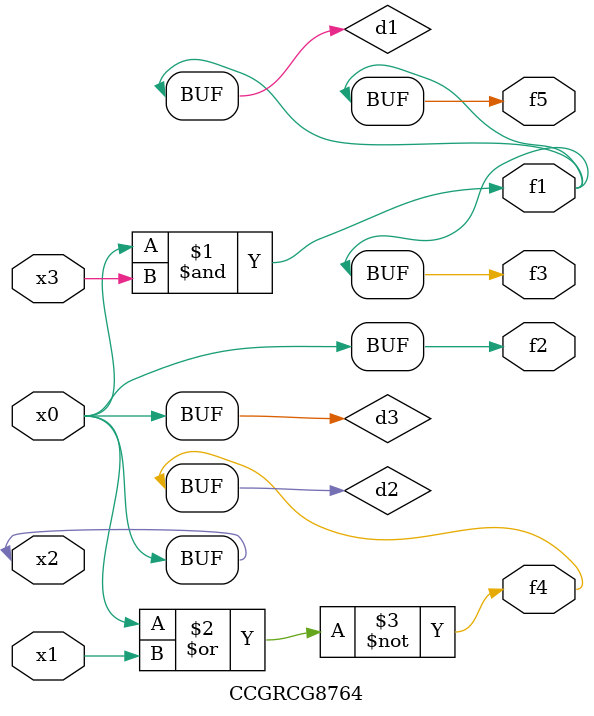
<source format=v>
module CCGRCG8764(
	input x0, x1, x2, x3,
	output f1, f2, f3, f4, f5
);

	wire d1, d2, d3;

	and (d1, x2, x3);
	nor (d2, x0, x1);
	buf (d3, x0, x2);
	assign f1 = d1;
	assign f2 = d3;
	assign f3 = d1;
	assign f4 = d2;
	assign f5 = d1;
endmodule

</source>
